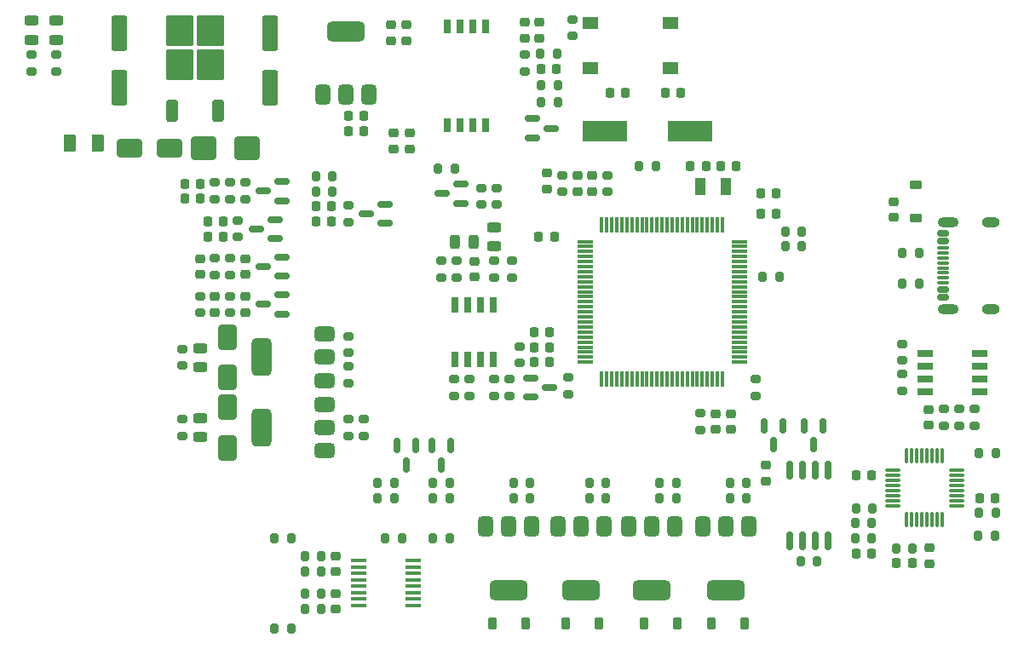
<source format=gbr>
%TF.GenerationSoftware,KiCad,Pcbnew,8.0.6*%
%TF.CreationDate,2024-11-23T21:07:21+07:00*%
%TF.ProjectId,NO2C,4e4f3243-2e6b-4696-9361-645f70636258,vD1*%
%TF.SameCoordinates,Original*%
%TF.FileFunction,Paste,Top*%
%TF.FilePolarity,Positive*%
%FSLAX46Y46*%
G04 Gerber Fmt 4.6, Leading zero omitted, Abs format (unit mm)*
G04 Created by KiCad (PCBNEW 8.0.6) date 2024-11-23 21:07:21*
%MOMM*%
%LPD*%
G01*
G04 APERTURE LIST*
G04 Aperture macros list*
%AMRoundRect*
0 Rectangle with rounded corners*
0 $1 Rounding radius*
0 $2 $3 $4 $5 $6 $7 $8 $9 X,Y pos of 4 corners*
0 Add a 4 corners polygon primitive as box body*
4,1,4,$2,$3,$4,$5,$6,$7,$8,$9,$2,$3,0*
0 Add four circle primitives for the rounded corners*
1,1,$1+$1,$2,$3*
1,1,$1+$1,$4,$5*
1,1,$1+$1,$6,$7*
1,1,$1+$1,$8,$9*
0 Add four rect primitives between the rounded corners*
20,1,$1+$1,$2,$3,$4,$5,0*
20,1,$1+$1,$4,$5,$6,$7,0*
20,1,$1+$1,$6,$7,$8,$9,0*
20,1,$1+$1,$8,$9,$2,$3,0*%
G04 Aperture macros list end*
%ADD10RoundRect,0.225000X-0.250000X0.225000X-0.250000X-0.225000X0.250000X-0.225000X0.250000X0.225000X0*%
%ADD11RoundRect,0.225000X0.225000X0.250000X-0.225000X0.250000X-0.225000X-0.250000X0.225000X-0.250000X0*%
%ADD12RoundRect,0.225000X-0.225000X-0.250000X0.225000X-0.250000X0.225000X0.250000X-0.225000X0.250000X0*%
%ADD13RoundRect,0.225000X0.250000X-0.225000X0.250000X0.225000X-0.250000X0.225000X-0.250000X-0.225000X0*%
%ADD14RoundRect,0.250000X0.550000X-1.500000X0.550000X1.500000X-0.550000X1.500000X-0.550000X-1.500000X0*%
%ADD15RoundRect,0.150000X-0.150000X0.587500X-0.150000X-0.587500X0.150000X-0.587500X0.150000X0.587500X0*%
%ADD16RoundRect,0.250000X1.000000X0.650000X-1.000000X0.650000X-1.000000X-0.650000X1.000000X-0.650000X0*%
%ADD17RoundRect,0.243750X0.456250X-0.243750X0.456250X0.243750X-0.456250X0.243750X-0.456250X-0.243750X0*%
%ADD18RoundRect,0.243750X-0.456250X0.243750X-0.456250X-0.243750X0.456250X-0.243750X0.456250X0.243750X0*%
%ADD19RoundRect,0.243750X0.243750X0.456250X-0.243750X0.456250X-0.243750X-0.456250X0.243750X-0.456250X0*%
%ADD20RoundRect,0.375000X0.625000X0.375000X-0.625000X0.375000X-0.625000X-0.375000X0.625000X-0.375000X0*%
%ADD21RoundRect,0.500000X0.500000X1.400000X-0.500000X1.400000X-0.500000X-1.400000X0.500000X-1.400000X0*%
%ADD22RoundRect,0.375000X-0.375000X0.625000X-0.375000X-0.625000X0.375000X-0.625000X0.375000X0.625000X0*%
%ADD23RoundRect,0.500000X-1.400000X0.500000X-1.400000X-0.500000X1.400000X-0.500000X1.400000X0.500000X0*%
%ADD24RoundRect,0.250000X0.350000X-0.850000X0.350000X0.850000X-0.350000X0.850000X-0.350000X-0.850000X0*%
%ADD25RoundRect,0.250000X1.125000X-1.275000X1.125000X1.275000X-1.125000X1.275000X-1.125000X-1.275000X0*%
%ADD26RoundRect,0.200000X-0.275000X0.200000X-0.275000X-0.200000X0.275000X-0.200000X0.275000X0.200000X0*%
%ADD27RoundRect,0.200000X-0.200000X-0.275000X0.200000X-0.275000X0.200000X0.275000X-0.200000X0.275000X0*%
%ADD28RoundRect,0.200000X0.275000X-0.200000X0.275000X0.200000X-0.275000X0.200000X-0.275000X-0.200000X0*%
%ADD29RoundRect,0.200000X0.200000X0.275000X-0.200000X0.275000X-0.200000X-0.275000X0.200000X-0.275000X0*%
%ADD30RoundRect,0.150000X0.587500X0.150000X-0.587500X0.150000X-0.587500X-0.150000X0.587500X-0.150000X0*%
%ADD31RoundRect,0.250000X-0.650000X1.000000X-0.650000X-1.000000X0.650000X-1.000000X0.650000X1.000000X0*%
%ADD32R,0.650000X1.525000*%
%ADD33RoundRect,0.150000X-0.587500X-0.150000X0.587500X-0.150000X0.587500X0.150000X-0.587500X0.150000X0*%
%ADD34R,1.550000X0.435000*%
%ADD35R,1.550000X1.300000*%
%ADD36RoundRect,0.225000X0.225000X0.375000X-0.225000X0.375000X-0.225000X-0.375000X0.225000X-0.375000X0*%
%ADD37RoundRect,0.150000X-0.150000X0.800000X-0.150000X-0.800000X0.150000X-0.800000X0.150000X0.800000X0*%
%ADD38RoundRect,0.250000X0.375000X0.625000X-0.375000X0.625000X-0.375000X-0.625000X0.375000X-0.625000X0*%
%ADD39RoundRect,0.075000X-0.075000X0.725000X-0.075000X-0.725000X0.075000X-0.725000X0.075000X0.725000X0*%
%ADD40RoundRect,0.075000X-0.725000X0.075000X-0.725000X-0.075000X0.725000X-0.075000X0.725000X0.075000X0*%
%ADD41R,1.525000X0.650000*%
%ADD42RoundRect,0.225000X-0.375000X0.225000X-0.375000X-0.225000X0.375000X-0.225000X0.375000X0.225000X0*%
%ADD43RoundRect,0.225000X-0.225000X-0.375000X0.225000X-0.375000X0.225000X0.375000X-0.225000X0.375000X0*%
%ADD44RoundRect,0.075000X0.675000X0.075000X-0.675000X0.075000X-0.675000X-0.075000X0.675000X-0.075000X0*%
%ADD45RoundRect,0.075000X0.075000X0.675000X-0.075000X0.675000X-0.075000X-0.675000X0.075000X-0.675000X0*%
%ADD46R,4.500000X2.000000*%
%ADD47R,1.000000X1.800000*%
%ADD48RoundRect,0.150000X0.425000X-0.150000X0.425000X0.150000X-0.425000X0.150000X-0.425000X-0.150000X0*%
%ADD49RoundRect,0.075000X0.500000X-0.075000X0.500000X0.075000X-0.500000X0.075000X-0.500000X-0.075000X0*%
%ADD50O,2.100000X1.000000*%
%ADD51O,1.800000X1.000000*%
%ADD52RoundRect,0.375000X0.375000X-0.625000X0.375000X0.625000X-0.375000X0.625000X-0.375000X-0.625000X0*%
%ADD53RoundRect,0.500000X1.400000X-0.500000X1.400000X0.500000X-1.400000X0.500000X-1.400000X-0.500000X0*%
%ADD54RoundRect,0.250000X0.650000X-1.000000X0.650000X1.000000X-0.650000X1.000000X-0.650000X-1.000000X0*%
%ADD55R,0.690000X1.350000*%
%ADD56RoundRect,0.250000X1.000000X0.900000X-1.000000X0.900000X-1.000000X-0.900000X1.000000X-0.900000X0*%
G04 APERTURE END LIST*
D10*
%TO.C,C9*%
X29250000Y35250000D03*
X29250000Y33700000D03*
%TD*%
D11*
%TO.C,C12*%
X82025000Y43500000D03*
X80475000Y43500000D03*
%TD*%
D12*
%TO.C,C13*%
X58425000Y41250000D03*
X59975000Y41250000D03*
%TD*%
D11*
%TO.C,C2*%
X27050000Y41250000D03*
X25500000Y41250000D03*
%TD*%
D13*
%TO.C,C3*%
X52000000Y37225000D03*
X52000000Y38775000D03*
%TD*%
D11*
%TO.C,C19*%
X37850000Y44250000D03*
X36300000Y44250000D03*
%TD*%
D12*
%TO.C,C15*%
X57975000Y30250000D03*
X59525000Y30250000D03*
%TD*%
D13*
%TO.C,C16*%
X59250000Y45975000D03*
X59250000Y47525000D03*
%TD*%
D14*
%TO.C,C5*%
X31750000Y56050000D03*
X31750000Y61450000D03*
%TD*%
D13*
%TO.C,C14*%
X57000000Y60975000D03*
X57000000Y62525000D03*
%TD*%
%TO.C,C11*%
X38250000Y7950000D03*
X38250000Y9500000D03*
%TD*%
D15*
%TO.C,D2*%
X49700000Y20437500D03*
X47800000Y20437500D03*
X48750000Y18562500D03*
%TD*%
D16*
%TO.C,D3*%
X21750000Y50000000D03*
X17750000Y50000000D03*
%TD*%
D17*
%TO.C,LED1*%
X24750000Y28282500D03*
X24750000Y30157500D03*
%TD*%
D18*
%TO.C,LED3*%
X24750000Y23187500D03*
X24750000Y21312500D03*
%TD*%
D19*
%TO.C,LED2*%
X51937500Y40750000D03*
X50062500Y40750000D03*
%TD*%
D18*
%TO.C,LED4*%
X54000000Y42187500D03*
X54000000Y40312500D03*
%TD*%
D20*
%TO.C,Q1*%
X37150000Y26950000D03*
X37150000Y29250000D03*
D21*
X30850000Y29250000D03*
D20*
X37150000Y31550000D03*
%TD*%
%TO.C,Q2*%
X37150000Y19950000D03*
X37150000Y22250000D03*
D21*
X30850000Y22250000D03*
D20*
X37150000Y24550000D03*
%TD*%
D22*
%TO.C,Q5*%
X57700000Y12400000D03*
X55400000Y12400000D03*
D23*
X55400000Y6100000D03*
D22*
X53100000Y12400000D03*
%TD*%
%TO.C,Q6*%
X64925000Y12400000D03*
X62625000Y12400000D03*
D23*
X62625000Y6100000D03*
D22*
X60325000Y12400000D03*
%TD*%
%TO.C,Q3*%
X71950000Y12400000D03*
X69650000Y12400000D03*
D23*
X69650000Y6100000D03*
D22*
X67350000Y12400000D03*
%TD*%
%TO.C,Q4*%
X79300000Y12400000D03*
X77000000Y12400000D03*
D23*
X77000000Y6100000D03*
D22*
X74700000Y12400000D03*
%TD*%
D24*
%TO.C,U1*%
X21970000Y53710000D03*
D25*
X22725000Y58335000D03*
X25775000Y58335000D03*
X22725000Y61685000D03*
X25775000Y61685000D03*
D24*
X26530000Y53710000D03*
%TD*%
D14*
%TO.C,C4*%
X16750000Y56050000D03*
X16750000Y61450000D03*
%TD*%
D26*
%TO.C,R7*%
X39500000Y28325000D03*
X39500000Y26675000D03*
%TD*%
%TO.C,R9*%
X24750000Y35300000D03*
X24750000Y33650000D03*
%TD*%
D27*
%TO.C,R10*%
X36250000Y47250000D03*
X37900000Y47250000D03*
%TD*%
D28*
%TO.C,R6*%
X54000000Y37175000D03*
X54000000Y38825000D03*
%TD*%
%TO.C,R3*%
X48750000Y37175000D03*
X48750000Y38825000D03*
%TD*%
%TO.C,R2*%
X50250000Y37175000D03*
X50250000Y38825000D03*
%TD*%
D29*
%TO.C,R8*%
X82325000Y37250000D03*
X80675000Y37250000D03*
%TD*%
%TO.C,R11*%
X37900000Y45725000D03*
X36250000Y45725000D03*
%TD*%
D11*
%TO.C,C1*%
X27050000Y42750000D03*
X25500000Y42750000D03*
%TD*%
D26*
%TO.C,R1*%
X23000000Y30075000D03*
X23000000Y28425000D03*
%TD*%
%TO.C,R4*%
X28525000Y42825000D03*
X28525000Y41175000D03*
%TD*%
D29*
%TO.C,R12*%
X50075000Y48000000D03*
X48425000Y48000000D03*
%TD*%
D26*
%TO.C,R13*%
X54250000Y46075000D03*
X54250000Y44425000D03*
%TD*%
D30*
%TO.C,Q7*%
X50687500Y44550000D03*
X50687500Y46450000D03*
X48812500Y45500000D03*
%TD*%
D12*
%TO.C,C22*%
X57975000Y28750000D03*
X59525000Y28750000D03*
%TD*%
D26*
%TO.C,R14*%
X50000000Y27075000D03*
X50000000Y25425000D03*
%TD*%
D13*
%TO.C,C8*%
X26250000Y33700000D03*
X26250000Y35250000D03*
%TD*%
D11*
%TO.C,C21*%
X82025000Y45500000D03*
X80475000Y45500000D03*
%TD*%
%TO.C,C20*%
X37850000Y42750000D03*
X36300000Y42750000D03*
%TD*%
D28*
%TO.C,R5*%
X39500000Y29675000D03*
X39500000Y31325000D03*
%TD*%
D31*
%TO.C,D1*%
X27500000Y31220000D03*
X27500000Y27220000D03*
%TD*%
D32*
%TO.C,IC1*%
X50095000Y29038000D03*
X51365000Y29038000D03*
X52635000Y29038000D03*
X53905000Y29038000D03*
X53905000Y34462000D03*
X52635000Y34462000D03*
X51365000Y34462000D03*
X50095000Y34462000D03*
%TD*%
D30*
%TO.C,D6*%
X32212500Y41050000D03*
X32212500Y42950000D03*
X30337500Y42000000D03*
%TD*%
D33*
%TO.C,D5*%
X57625000Y27200000D03*
X57625000Y25300000D03*
X59500000Y26250000D03*
%TD*%
D28*
%TO.C,R15*%
X61375000Y25575000D03*
X61375000Y27225000D03*
%TD*%
D13*
%TO.C,C18*%
X45633000Y49955000D03*
X45633000Y51505000D03*
%TD*%
%TO.C,C17*%
X44000000Y49975000D03*
X44000000Y51525000D03*
%TD*%
D12*
%TO.C,C28*%
X57975000Y31750000D03*
X59525000Y31750000D03*
%TD*%
D27*
%TO.C,R34*%
X47925000Y11250000D03*
X49575000Y11250000D03*
%TD*%
D30*
%TO.C,D8*%
X32937500Y37300000D03*
X32937500Y39200000D03*
X31062500Y38250000D03*
%TD*%
D33*
%TO.C,D17*%
X57812500Y52950000D03*
X57812500Y51050000D03*
X59687500Y52000000D03*
%TD*%
D15*
%TO.C,D20*%
X86700000Y22437500D03*
X84800000Y22437500D03*
X85750000Y20562500D03*
%TD*%
D12*
%TO.C,C31*%
X76475000Y48250000D03*
X78025000Y48250000D03*
%TD*%
%TO.C,C36*%
X93975000Y8750000D03*
X95525000Y8750000D03*
%TD*%
D26*
%TO.C,R84*%
X94500000Y30575000D03*
X94500000Y28925000D03*
%TD*%
D28*
%TO.C,R33*%
X41000000Y21425000D03*
X41000000Y23075000D03*
%TD*%
D34*
%TO.C,U3*%
X45950000Y4576000D03*
X45950000Y5210000D03*
X45950000Y5846000D03*
X45950000Y6480000D03*
X45950000Y7116000D03*
X45950000Y7750000D03*
X45950000Y8386000D03*
X45950000Y9020000D03*
X40500000Y9020000D03*
X40500000Y8386000D03*
X40500000Y7750000D03*
X40500000Y7116000D03*
X40500000Y6480000D03*
X40500000Y5846000D03*
X40500000Y5210000D03*
X40500000Y4576000D03*
%TD*%
D30*
%TO.C,D18*%
X43187500Y42550000D03*
X43187500Y44450000D03*
X41312500Y43500000D03*
%TD*%
D26*
%TO.C,R19*%
X51500000Y27075000D03*
X51500000Y25425000D03*
%TD*%
D27*
%TO.C,R21*%
X42425000Y16750000D03*
X44075000Y16750000D03*
%TD*%
D13*
%TO.C,C39*%
X93700000Y43175000D03*
X93700000Y44725000D03*
%TD*%
D29*
%TO.C,R42*%
X79075000Y16750000D03*
X77425000Y16750000D03*
%TD*%
%TO.C,R75*%
X95575000Y10250000D03*
X93925000Y10250000D03*
%TD*%
%TO.C,R77*%
X103825000Y13750000D03*
X102175000Y13750000D03*
%TD*%
%TO.C,R44*%
X57575000Y16750000D03*
X55925000Y16750000D03*
%TD*%
D28*
%TO.C,R85*%
X94500000Y25925000D03*
X94500000Y27575000D03*
%TD*%
D26*
%TO.C,R66*%
X56500000Y30325000D03*
X56500000Y28675000D03*
%TD*%
D15*
%TO.C,D14*%
X46200000Y20437500D03*
X44300000Y20437500D03*
X45250000Y18562500D03*
%TD*%
D35*
%TO.C,SW1*%
X71475000Y58000000D03*
X63525000Y58000000D03*
X71475000Y62500000D03*
X63525000Y62500000D03*
%TD*%
D36*
%TO.C,D9*%
X72150000Y2750000D03*
X68850000Y2750000D03*
%TD*%
D27*
%TO.C,R59*%
X58675000Y56250000D03*
X60325000Y56250000D03*
%TD*%
D15*
%TO.C,D21*%
X82700000Y22437500D03*
X80800000Y22437500D03*
X81750000Y20562500D03*
%TD*%
D13*
%TO.C,C42*%
X43740000Y60725000D03*
X43740000Y62275000D03*
%TD*%
D37*
%TO.C,U5*%
X87155000Y18000000D03*
X85885000Y18000000D03*
X84615000Y18000000D03*
X83345000Y18000000D03*
X83345000Y11000000D03*
X84615000Y11000000D03*
X85885000Y11000000D03*
X87155000Y11000000D03*
%TD*%
D28*
%TO.C,R39*%
X65250000Y45675000D03*
X65250000Y47325000D03*
%TD*%
%TO.C,R36*%
X27750000Y33650000D03*
X27750000Y35300000D03*
%TD*%
D11*
%TO.C,C40*%
X41025000Y51750000D03*
X39475000Y51750000D03*
%TD*%
D36*
%TO.C,D12*%
X57150000Y2750000D03*
X53850000Y2750000D03*
%TD*%
D28*
%TO.C,R38*%
X60750000Y45675000D03*
X60750000Y47325000D03*
%TD*%
D38*
%TO.C,F1*%
X14650000Y50500000D03*
X11850000Y50500000D03*
%TD*%
D10*
%TO.C,C25*%
X62250000Y47275000D03*
X62250000Y45725000D03*
%TD*%
D27*
%TO.C,R73*%
X82925000Y40250000D03*
X84575000Y40250000D03*
%TD*%
%TO.C,R86*%
X102175000Y19750000D03*
X103825000Y19750000D03*
%TD*%
D12*
%TO.C,C48*%
X89975000Y17500000D03*
X91525000Y17500000D03*
%TD*%
D10*
%TO.C,C10*%
X38250000Y5750000D03*
X38250000Y4200000D03*
%TD*%
D11*
%TO.C,C32*%
X24775000Y46500000D03*
X23225000Y46500000D03*
%TD*%
D26*
%TO.C,R51*%
X39490000Y44325000D03*
X39490000Y42675000D03*
%TD*%
D27*
%TO.C,R20*%
X47925000Y16750000D03*
X49575000Y16750000D03*
%TD*%
D18*
%TO.C,LED6*%
X8000000Y62687500D03*
X8000000Y60812500D03*
%TD*%
D10*
%TO.C,C7*%
X29250000Y39025000D03*
X29250000Y37475000D03*
%TD*%
D27*
%TO.C,R70*%
X84425000Y9000000D03*
X86075000Y9000000D03*
%TD*%
D39*
%TO.C,U2*%
X76675000Y42425000D03*
X76175000Y42425000D03*
X75675000Y42425000D03*
X75175000Y42425000D03*
X74675000Y42425000D03*
X74175000Y42425000D03*
X73675000Y42425000D03*
X73175000Y42425000D03*
X72675000Y42425000D03*
X72175000Y42425000D03*
X71675000Y42425000D03*
X71175000Y42425000D03*
X70675000Y42425000D03*
X70175000Y42425000D03*
X69675000Y42425000D03*
X69175000Y42425000D03*
X68675000Y42425000D03*
X68175000Y42425000D03*
X67675000Y42425000D03*
X67175000Y42425000D03*
X66675000Y42425000D03*
X66175000Y42425000D03*
X65675000Y42425000D03*
X65175000Y42425000D03*
X64675000Y42425000D03*
D40*
X63000000Y40750000D03*
X63000000Y40250000D03*
X63000000Y39750000D03*
X63000000Y39250000D03*
X63000000Y38750000D03*
X63000000Y38250000D03*
X63000000Y37750000D03*
X63000000Y37250000D03*
X63000000Y36750000D03*
X63000000Y36250000D03*
X63000000Y35750000D03*
X63000000Y35250000D03*
X63000000Y34750000D03*
X63000000Y34250000D03*
X63000000Y33750000D03*
X63000000Y33250000D03*
X63000000Y32750000D03*
X63000000Y32250000D03*
X63000000Y31750000D03*
X63000000Y31250000D03*
X63000000Y30750000D03*
X63000000Y30250000D03*
X63000000Y29750000D03*
X63000000Y29250000D03*
X63000000Y28750000D03*
D39*
X64675000Y27075000D03*
X65175000Y27075000D03*
X65675000Y27075000D03*
X66175000Y27075000D03*
X66675000Y27075000D03*
X67175000Y27075000D03*
X67675000Y27075000D03*
X68175000Y27075000D03*
X68675000Y27075000D03*
X69175000Y27075000D03*
X69675000Y27075000D03*
X70175000Y27075000D03*
X70675000Y27075000D03*
X71175000Y27075000D03*
X71675000Y27075000D03*
X72175000Y27075000D03*
X72675000Y27075000D03*
X73175000Y27075000D03*
X73675000Y27075000D03*
X74175000Y27075000D03*
X74675000Y27075000D03*
X75175000Y27075000D03*
X75675000Y27075000D03*
X76175000Y27075000D03*
X76675000Y27075000D03*
D40*
X78350000Y28750000D03*
X78350000Y29250000D03*
X78350000Y29750000D03*
X78350000Y30250000D03*
X78350000Y30750000D03*
X78350000Y31250000D03*
X78350000Y31750000D03*
X78350000Y32250000D03*
X78350000Y32750000D03*
X78350000Y33250000D03*
X78350000Y33750000D03*
X78350000Y34250000D03*
X78350000Y34750000D03*
X78350000Y35250000D03*
X78350000Y35750000D03*
X78350000Y36250000D03*
X78350000Y36750000D03*
X78350000Y37250000D03*
X78350000Y37750000D03*
X78350000Y38250000D03*
X78350000Y38750000D03*
X78350000Y39250000D03*
X78350000Y39750000D03*
X78350000Y40250000D03*
X78350000Y40750000D03*
%TD*%
D11*
%TO.C,C37*%
X91525000Y9750000D03*
X89975000Y9750000D03*
%TD*%
D28*
%TO.C,R29*%
X55750000Y37175000D03*
X55750000Y38825000D03*
%TD*%
D41*
%TO.C,IC3*%
X96788000Y29655000D03*
X96788000Y28385000D03*
X96788000Y27115000D03*
X96788000Y25845000D03*
X102212000Y25845000D03*
X102212000Y27115000D03*
X102212000Y28385000D03*
X102212000Y29655000D03*
%TD*%
D42*
%TO.C,D4*%
X95900000Y46350000D03*
X95900000Y43050000D03*
%TD*%
D29*
%TO.C,R52*%
X72075000Y15250000D03*
X70425000Y15250000D03*
%TD*%
%TO.C,R37*%
X72075000Y16750000D03*
X70425000Y16750000D03*
%TD*%
D28*
%TO.C,R57*%
X29250000Y44950000D03*
X29250000Y46600000D03*
%TD*%
D27*
%TO.C,R76*%
X102075000Y11500000D03*
X103725000Y11500000D03*
%TD*%
D28*
%TO.C,R31*%
X39500000Y21425000D03*
X39500000Y23075000D03*
%TD*%
D29*
%TO.C,R78*%
X91500000Y12750000D03*
X89850000Y12750000D03*
%TD*%
%TO.C,R72*%
X96225000Y39650000D03*
X94575000Y39650000D03*
%TD*%
D28*
%TO.C,R27*%
X23000000Y21425000D03*
X23000000Y23075000D03*
%TD*%
D13*
%TO.C,C34*%
X58500000Y60975000D03*
X58500000Y62525000D03*
%TD*%
D30*
%TO.C,D13*%
X32937500Y44800000D03*
X32937500Y46700000D03*
X31062500Y45750000D03*
%TD*%
D13*
%TO.C,C6*%
X24750000Y37475000D03*
X24750000Y39025000D03*
%TD*%
D27*
%TO.C,R48*%
X35175000Y9475000D03*
X36825000Y9475000D03*
%TD*%
D11*
%TO.C,C27*%
X67025000Y55500000D03*
X65475000Y55500000D03*
%TD*%
%TO.C,C35*%
X60162500Y57925000D03*
X58612500Y57925000D03*
%TD*%
D30*
%TO.C,D10*%
X32937500Y33550000D03*
X32937500Y35450000D03*
X31062500Y34500000D03*
%TD*%
D11*
%TO.C,C47*%
X103775000Y15250000D03*
X102225000Y15250000D03*
%TD*%
D12*
%TO.C,C26*%
X70975000Y55500000D03*
X72525000Y55500000D03*
%TD*%
D28*
%TO.C,R83*%
X98700000Y22425000D03*
X98700000Y24075000D03*
%TD*%
%TO.C,R30*%
X27750000Y37425000D03*
X27750000Y39075000D03*
%TD*%
D29*
%TO.C,R61*%
X65075000Y15250000D03*
X63425000Y15250000D03*
%TD*%
D27*
%TO.C,R46*%
X35175000Y4250000D03*
X36825000Y4250000D03*
%TD*%
D28*
%TO.C,R55*%
X27750000Y44950000D03*
X27750000Y46600000D03*
%TD*%
%TO.C,R41*%
X74500000Y22025000D03*
X74500000Y23675000D03*
%TD*%
%TO.C,R16*%
X61750000Y61175000D03*
X61750000Y62825000D03*
%TD*%
D26*
%TO.C,R82*%
X100200000Y24075000D03*
X100200000Y22425000D03*
%TD*%
%TO.C,R32*%
X54000000Y27075000D03*
X54000000Y25425000D03*
%TD*%
D43*
%TO.C,D11*%
X75600000Y2750000D03*
X78900000Y2750000D03*
%TD*%
D10*
%TO.C,C45*%
X97200000Y24025000D03*
X97200000Y22475000D03*
%TD*%
D11*
%TO.C,C30*%
X75025000Y48250000D03*
X73475000Y48250000D03*
%TD*%
D44*
%TO.C,U7*%
X99925000Y14500000D03*
X99925000Y15000000D03*
X99925000Y15500000D03*
X99925000Y16000000D03*
X99925000Y16500000D03*
X99925000Y17000000D03*
X99925000Y17500000D03*
X99925000Y18000000D03*
D45*
X98500000Y19425000D03*
X98000000Y19425000D03*
X97500000Y19425000D03*
X97000000Y19425000D03*
X96500000Y19425000D03*
X96000000Y19425000D03*
X95500000Y19425000D03*
X95000000Y19425000D03*
D44*
X93575000Y18000000D03*
X93575000Y17500000D03*
X93575000Y17000000D03*
X93575000Y16500000D03*
X93575000Y16000000D03*
X93575000Y15500000D03*
X93575000Y15000000D03*
X93575000Y14500000D03*
D45*
X95000000Y13075000D03*
X95500000Y13075000D03*
X96000000Y13075000D03*
X96500000Y13075000D03*
X97000000Y13075000D03*
X97500000Y13075000D03*
X98000000Y13075000D03*
X98500000Y13075000D03*
%TD*%
D29*
%TO.C,R53*%
X79075000Y15250000D03*
X77425000Y15250000D03*
%TD*%
D26*
%TO.C,R45*%
X57000000Y59325000D03*
X57000000Y57675000D03*
%TD*%
%TO.C,R81*%
X101700000Y24075000D03*
X101700000Y22425000D03*
%TD*%
%TO.C,R28*%
X55500000Y27075000D03*
X55500000Y25425000D03*
%TD*%
D29*
%TO.C,R23*%
X33825000Y2250000D03*
X32175000Y2250000D03*
%TD*%
D11*
%TO.C,C41*%
X41025000Y53250000D03*
X39475000Y53250000D03*
%TD*%
D18*
%TO.C,LED5*%
X10500000Y62687500D03*
X10500000Y60812500D03*
%TD*%
D29*
%TO.C,R35*%
X44825000Y11250000D03*
X43175000Y11250000D03*
%TD*%
D27*
%TO.C,R25*%
X42400000Y15250000D03*
X44050000Y15250000D03*
%TD*%
D13*
%TO.C,C23*%
X77500000Y22075000D03*
X77500000Y23625000D03*
%TD*%
D27*
%TO.C,R79*%
X89925000Y14250000D03*
X91575000Y14250000D03*
%TD*%
%TO.C,R49*%
X35175000Y7975000D03*
X36825000Y7975000D03*
%TD*%
D29*
%TO.C,R50*%
X65075000Y16750000D03*
X63425000Y16750000D03*
%TD*%
D27*
%TO.C,R47*%
X35175000Y5725000D03*
X36825000Y5725000D03*
%TD*%
D26*
%TO.C,R22*%
X26250000Y39075000D03*
X26250000Y37425000D03*
%TD*%
D46*
%TO.C,Y1*%
X73475000Y51750000D03*
X64975000Y51750000D03*
%TD*%
D47*
%TO.C,Y2*%
X74500000Y46250000D03*
X77000000Y46250000D03*
%TD*%
D10*
%TO.C,C24*%
X63750000Y47275000D03*
X63750000Y45725000D03*
%TD*%
D29*
%TO.C,R40*%
X70050000Y48250000D03*
X68400000Y48250000D03*
%TD*%
D27*
%TO.C,R60*%
X58675000Y54625000D03*
X60325000Y54625000D03*
%TD*%
D29*
%TO.C,R80*%
X91500000Y11250000D03*
X89850000Y11250000D03*
%TD*%
D28*
%TO.C,R65*%
X52687500Y44425000D03*
X52687500Y46075000D03*
%TD*%
D26*
%TO.C,R17*%
X10500000Y59325000D03*
X10500000Y57675000D03*
%TD*%
D13*
%TO.C,C46*%
X97250000Y8725000D03*
X97250000Y10275000D03*
%TD*%
D27*
%TO.C,R24*%
X47925000Y15250000D03*
X49575000Y15250000D03*
%TD*%
D48*
%TO.C,J2*%
X98570000Y35175000D03*
X98570000Y35975000D03*
D49*
X98570000Y37125000D03*
X98570000Y38125000D03*
X98570000Y38625000D03*
X98570000Y39625000D03*
D48*
X98570000Y40775000D03*
X98570000Y41575000D03*
X98570000Y41575000D03*
X98570000Y40775000D03*
D49*
X98570000Y40125000D03*
X98570000Y39125000D03*
X98570000Y37625000D03*
X98570000Y36625000D03*
D48*
X98570000Y35975000D03*
X98570000Y35175000D03*
D50*
X99145000Y34055000D03*
D51*
X103325000Y34055000D03*
D50*
X99145000Y42695000D03*
D51*
X103325000Y42695000D03*
%TD*%
D52*
%TO.C,U6*%
X36950000Y55350000D03*
X39250000Y55350000D03*
D53*
X39250000Y61650000D03*
D52*
X41550000Y55350000D03*
%TD*%
D54*
%TO.C,D15*%
X27500000Y20250000D03*
X27500000Y24250000D03*
%TD*%
D29*
%TO.C,R56*%
X57575000Y15250000D03*
X55925000Y15250000D03*
%TD*%
D13*
%TO.C,C29*%
X76000000Y22075000D03*
X76000000Y23625000D03*
%TD*%
D26*
%TO.C,R43*%
X80000000Y27075000D03*
X80000000Y25425000D03*
%TD*%
%TO.C,R54*%
X26250000Y46600000D03*
X26250000Y44950000D03*
%TD*%
D29*
%TO.C,R26*%
X33825000Y11250000D03*
X32175000Y11250000D03*
%TD*%
%TO.C,R71*%
X96225000Y36550000D03*
X94575000Y36550000D03*
%TD*%
D43*
%TO.C,D16*%
X61100000Y2750000D03*
X64400000Y2750000D03*
%TD*%
D13*
%TO.C,C44*%
X81000000Y16950000D03*
X81000000Y18500000D03*
%TD*%
D11*
%TO.C,C33*%
X24775000Y45000000D03*
X23225000Y45000000D03*
%TD*%
D27*
%TO.C,R58*%
X58562500Y59425000D03*
X60212500Y59425000D03*
%TD*%
D13*
%TO.C,C43*%
X45250000Y60725000D03*
X45250000Y62275000D03*
%TD*%
D55*
%TO.C,IC2*%
X49345000Y52335000D03*
X50615000Y52335000D03*
X51885000Y52335000D03*
X53155000Y52335000D03*
X53155000Y62165000D03*
X51885000Y62165000D03*
X50615000Y62165000D03*
X49345000Y62165000D03*
%TD*%
D28*
%TO.C,R18*%
X8000000Y57675000D03*
X8000000Y59325000D03*
%TD*%
D27*
%TO.C,R69*%
X82925000Y41750000D03*
X84575000Y41750000D03*
%TD*%
D56*
%TO.C,D7*%
X29400000Y50000000D03*
X25100000Y50000000D03*
%TD*%
M02*

</source>
